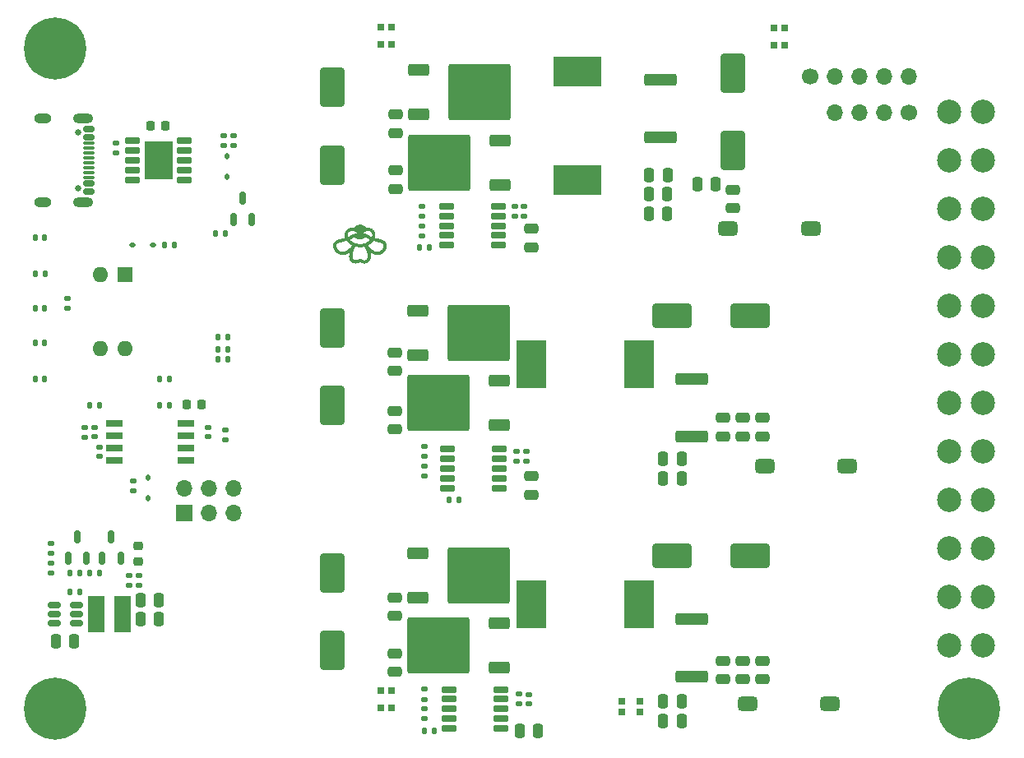
<source format=gbr>
%TF.GenerationSoftware,KiCad,Pcbnew,8.0.5-8.0.5-0~ubuntu24.04.1*%
%TF.CreationDate,2024-10-13T20:58:15+02:00*%
%TF.ProjectId,PD_PSU,50445f50-5355-42e6-9b69-6361645f7063,rev?*%
%TF.SameCoordinates,Original*%
%TF.FileFunction,Soldermask,Top*%
%TF.FilePolarity,Negative*%
%FSLAX46Y46*%
G04 Gerber Fmt 4.6, Leading zero omitted, Abs format (unit mm)*
G04 Created by KiCad (PCBNEW 8.0.5-8.0.5-0~ubuntu24.04.1) date 2024-10-13 20:58:15*
%MOMM*%
%LPD*%
G01*
G04 APERTURE LIST*
G04 Aperture macros list*
%AMRoundRect*
0 Rectangle with rounded corners*
0 $1 Rounding radius*
0 $2 $3 $4 $5 $6 $7 $8 $9 X,Y pos of 4 corners*
0 Add a 4 corners polygon primitive as box body*
4,1,4,$2,$3,$4,$5,$6,$7,$8,$9,$2,$3,0*
0 Add four circle primitives for the rounded corners*
1,1,$1+$1,$2,$3*
1,1,$1+$1,$4,$5*
1,1,$1+$1,$6,$7*
1,1,$1+$1,$8,$9*
0 Add four rect primitives between the rounded corners*
20,1,$1+$1,$2,$3,$4,$5,0*
20,1,$1+$1,$4,$5,$6,$7,0*
20,1,$1+$1,$6,$7,$8,$9,0*
20,1,$1+$1,$8,$9,$2,$3,0*%
G04 Aperture macros list end*
%ADD10C,0.000000*%
%ADD11RoundRect,0.225000X0.250000X-0.225000X0.250000X0.225000X-0.250000X0.225000X-0.250000X-0.225000X0*%
%ADD12RoundRect,0.135000X0.185000X-0.135000X0.185000X0.135000X-0.185000X0.135000X-0.185000X-0.135000X0*%
%ADD13RoundRect,0.250000X-0.850000X-0.350000X0.850000X-0.350000X0.850000X0.350000X-0.850000X0.350000X0*%
%ADD14RoundRect,0.249997X-2.950003X-2.650003X2.950003X-2.650003X2.950003X2.650003X-2.950003X2.650003X0*%
%ADD15R,1.700000X3.700000*%
%ADD16RoundRect,0.250000X-1.000000X1.750000X-1.000000X-1.750000X1.000000X-1.750000X1.000000X1.750000X0*%
%ADD17RoundRect,0.135000X-0.185000X0.135000X-0.185000X-0.135000X0.185000X-0.135000X0.185000X0.135000X0*%
%ADD18RoundRect,0.150000X0.150000X-0.512500X0.150000X0.512500X-0.150000X0.512500X-0.150000X-0.512500X0*%
%ADD19RoundRect,0.250000X0.250000X0.475000X-0.250000X0.475000X-0.250000X-0.475000X0.250000X-0.475000X0*%
%ADD20R,1.600000X1.600000*%
%ADD21O,1.600000X1.600000*%
%ADD22RoundRect,0.135000X0.135000X0.185000X-0.135000X0.185000X-0.135000X-0.185000X0.135000X-0.185000X0*%
%ADD23RoundRect,0.147500X-0.147500X-0.172500X0.147500X-0.172500X0.147500X0.172500X-0.147500X0.172500X0*%
%ADD24R,0.700000X0.700000*%
%ADD25RoundRect,0.250000X0.475000X-0.250000X0.475000X0.250000X-0.475000X0.250000X-0.475000X-0.250000X0*%
%ADD26RoundRect,0.112500X-0.112500X0.187500X-0.112500X-0.187500X0.112500X-0.187500X0.112500X0.187500X0*%
%ADD27RoundRect,0.135000X-0.135000X-0.185000X0.135000X-0.185000X0.135000X0.185000X-0.135000X0.185000X0*%
%ADD28RoundRect,0.250000X-0.250000X-0.475000X0.250000X-0.475000X0.250000X0.475000X-0.250000X0.475000X0*%
%ADD29C,1.700000*%
%ADD30O,1.700000X1.700000*%
%ADD31RoundRect,0.112500X0.187500X0.112500X-0.187500X0.112500X-0.187500X-0.112500X0.187500X-0.112500X0*%
%ADD32R,5.000000X3.100000*%
%ADD33RoundRect,0.250000X1.425000X-0.362500X1.425000X0.362500X-1.425000X0.362500X-1.425000X-0.362500X0*%
%ADD34RoundRect,0.150000X-0.512500X-0.150000X0.512500X-0.150000X0.512500X0.150000X-0.512500X0.150000X0*%
%ADD35RoundRect,0.140000X0.170000X-0.140000X0.170000X0.140000X-0.170000X0.140000X-0.170000X-0.140000X0*%
%ADD36RoundRect,0.250000X0.850000X0.350000X-0.850000X0.350000X-0.850000X-0.350000X0.850000X-0.350000X0*%
%ADD37RoundRect,0.249997X2.950003X2.650003X-2.950003X2.650003X-2.950003X-2.650003X2.950003X-2.650003X0*%
%ADD38RoundRect,0.140000X-0.170000X0.140000X-0.170000X-0.140000X0.170000X-0.140000X0.170000X0.140000X0*%
%ADD39R,1.700000X0.650000*%
%ADD40RoundRect,0.250000X-1.750000X-1.000000X1.750000X-1.000000X1.750000X1.000000X-1.750000X1.000000X0*%
%ADD41RoundRect,0.140000X-0.140000X-0.170000X0.140000X-0.170000X0.140000X0.170000X-0.140000X0.170000X0*%
%ADD42C,6.400000*%
%ADD43R,3.100000X5.000000*%
%ADD44RoundRect,0.225000X-0.225000X-0.250000X0.225000X-0.250000X0.225000X0.250000X-0.225000X0.250000X0*%
%ADD45RoundRect,0.250000X-0.475000X0.250000X-0.475000X-0.250000X0.475000X-0.250000X0.475000X0.250000X0*%
%ADD46RoundRect,0.150000X0.637500X0.150000X-0.637500X0.150000X-0.637500X-0.150000X0.637500X-0.150000X0*%
%ADD47R,1.700000X1.700000*%
%ADD48RoundRect,0.250000X1.000000X-1.750000X1.000000X1.750000X-1.000000X1.750000X-1.000000X-1.750000X0*%
%ADD49C,2.500000*%
%ADD50R,3.000000X4.000000*%
%ADD51RoundRect,0.150000X-0.637500X-0.150000X0.637500X-0.150000X0.637500X0.150000X-0.637500X0.150000X0*%
%ADD52C,0.650000*%
%ADD53RoundRect,0.150000X-0.425000X0.150000X-0.425000X-0.150000X0.425000X-0.150000X0.425000X0.150000X0*%
%ADD54RoundRect,0.075000X-0.500000X0.075000X-0.500000X-0.075000X0.500000X-0.075000X0.500000X0.075000X0*%
%ADD55O,2.100000X1.000000*%
%ADD56O,1.800000X1.000000*%
%ADD57RoundRect,0.375000X-0.625000X-0.375000X0.625000X-0.375000X0.625000X0.375000X-0.625000X0.375000X0*%
G04 APERTURE END LIST*
D10*
G36*
X82464912Y-45768444D02*
G01*
X82493436Y-45771176D01*
X82521902Y-45774492D01*
X82550315Y-45778294D01*
X82607004Y-45786958D01*
X82663545Y-45796382D01*
X82665601Y-45796979D01*
X82667723Y-45797468D01*
X82669898Y-45797872D01*
X82672113Y-45798215D01*
X82681093Y-45799450D01*
X82683301Y-45799845D01*
X82685467Y-45800321D01*
X82687578Y-45800903D01*
X82689620Y-45801614D01*
X82690611Y-45802026D01*
X82691579Y-45802479D01*
X82692524Y-45802976D01*
X82693443Y-45803521D01*
X82694335Y-45804116D01*
X82695198Y-45804764D01*
X82696030Y-45805468D01*
X82696829Y-45806232D01*
X82696829Y-45806228D01*
X82696969Y-45806797D01*
X82697092Y-45807364D01*
X82697194Y-45807930D01*
X82697272Y-45808494D01*
X82697324Y-45809053D01*
X82697346Y-45809607D01*
X82697335Y-45810154D01*
X82697289Y-45810694D01*
X82697203Y-45811226D01*
X82697145Y-45811487D01*
X82697076Y-45811747D01*
X82696995Y-45812003D01*
X82696903Y-45812257D01*
X82696799Y-45812507D01*
X82696682Y-45812755D01*
X82696553Y-45812998D01*
X82696411Y-45813239D01*
X82696255Y-45813475D01*
X82696085Y-45813708D01*
X82695901Y-45813937D01*
X82695702Y-45814162D01*
X82695488Y-45814382D01*
X82695259Y-45814598D01*
X82689807Y-45818103D01*
X82684276Y-45821482D01*
X82678670Y-45824736D01*
X82672993Y-45827871D01*
X82661445Y-45833791D01*
X82649668Y-45839269D01*
X82637696Y-45844330D01*
X82625566Y-45848999D01*
X82613312Y-45853304D01*
X82600970Y-45857268D01*
X82583492Y-45861970D01*
X82565883Y-45866137D01*
X82548158Y-45869770D01*
X82530334Y-45872872D01*
X82512426Y-45875446D01*
X82494448Y-45877493D01*
X82476417Y-45879015D01*
X82458347Y-45880014D01*
X82440255Y-45880493D01*
X82422155Y-45880454D01*
X82404062Y-45879898D01*
X82385993Y-45878829D01*
X82367963Y-45877247D01*
X82349986Y-45875156D01*
X82332079Y-45872557D01*
X82314257Y-45869453D01*
X82305322Y-45867848D01*
X82296432Y-45866044D01*
X82287589Y-45864042D01*
X82278797Y-45861843D01*
X82270059Y-45859451D01*
X82261378Y-45856865D01*
X82252758Y-45854089D01*
X82244201Y-45851123D01*
X82235712Y-45847970D01*
X82227293Y-45844631D01*
X82218948Y-45841108D01*
X82210680Y-45837403D01*
X82202493Y-45833517D01*
X82194389Y-45829452D01*
X82186373Y-45825210D01*
X82178446Y-45820792D01*
X82177739Y-45820551D01*
X82177039Y-45820260D01*
X82176351Y-45819923D01*
X82175676Y-45819543D01*
X82175017Y-45819121D01*
X82174379Y-45818662D01*
X82173762Y-45818167D01*
X82173170Y-45817640D01*
X82172606Y-45817084D01*
X82172073Y-45816501D01*
X82171574Y-45815895D01*
X82171111Y-45815267D01*
X82170687Y-45814622D01*
X82170305Y-45813963D01*
X82169968Y-45813290D01*
X82169679Y-45812609D01*
X82169440Y-45811921D01*
X82169255Y-45811230D01*
X82169126Y-45810538D01*
X82169056Y-45809849D01*
X82169048Y-45809165D01*
X82169105Y-45808488D01*
X82169229Y-45807823D01*
X82169424Y-45807171D01*
X82169692Y-45806536D01*
X82170036Y-45805920D01*
X82170459Y-45805327D01*
X82170963Y-45804758D01*
X82171553Y-45804218D01*
X82172229Y-45803710D01*
X82172996Y-45803234D01*
X82173856Y-45802796D01*
X82188058Y-45799448D01*
X82202341Y-45796428D01*
X82216689Y-45793674D01*
X82231084Y-45791127D01*
X82288807Y-45781810D01*
X82325559Y-45776778D01*
X82362380Y-45772016D01*
X82380823Y-45769978D01*
X82399293Y-45768297D01*
X82417793Y-45767070D01*
X82436325Y-45766394D01*
X82464912Y-45768444D01*
G37*
G36*
X82488857Y-44668069D02*
G01*
X82537188Y-44673635D01*
X82561523Y-44677244D01*
X82585935Y-44681466D01*
X82610401Y-44686342D01*
X82634893Y-44691919D01*
X82659385Y-44698242D01*
X82683853Y-44705353D01*
X82708270Y-44713299D01*
X82732609Y-44722124D01*
X82756847Y-44731872D01*
X82780956Y-44742588D01*
X82804911Y-44754317D01*
X82828685Y-44767103D01*
X82845438Y-44776896D01*
X82861976Y-44787288D01*
X82878289Y-44798276D01*
X82894368Y-44809853D01*
X82910201Y-44822016D01*
X82925779Y-44834758D01*
X82941093Y-44848075D01*
X82956130Y-44861960D01*
X82970883Y-44876410D01*
X82985339Y-44891419D01*
X82999490Y-44906982D01*
X83013325Y-44923093D01*
X83026834Y-44939748D01*
X83040007Y-44956941D01*
X83052834Y-44974667D01*
X83065304Y-44992921D01*
X83120745Y-44983653D01*
X83176034Y-44977817D01*
X83231010Y-44975369D01*
X83285513Y-44976264D01*
X83339381Y-44980457D01*
X83392454Y-44987903D01*
X83444570Y-44998557D01*
X83495571Y-45012375D01*
X83545293Y-45029311D01*
X83593578Y-45049321D01*
X83640263Y-45072360D01*
X83685189Y-45098383D01*
X83728194Y-45127345D01*
X83769118Y-45159201D01*
X83807800Y-45193906D01*
X83844079Y-45231416D01*
X83875410Y-45268981D01*
X83903836Y-45308822D01*
X83929286Y-45350809D01*
X83951690Y-45394813D01*
X83970979Y-45440706D01*
X83987082Y-45488358D01*
X83999930Y-45537640D01*
X84009453Y-45588424D01*
X84015579Y-45640580D01*
X84018241Y-45693980D01*
X84017367Y-45748494D01*
X84012888Y-45803993D01*
X84004734Y-45860349D01*
X83992834Y-45917432D01*
X83977120Y-45975113D01*
X83957520Y-46033264D01*
X84099784Y-46056080D01*
X84237491Y-46081637D01*
X84304421Y-46095693D01*
X84369952Y-46110734D01*
X84433998Y-46126858D01*
X84496474Y-46144167D01*
X84557292Y-46162759D01*
X84616366Y-46182735D01*
X84673610Y-46204194D01*
X84728937Y-46227236D01*
X84782261Y-46251961D01*
X84833496Y-46278468D01*
X84882555Y-46306857D01*
X84929352Y-46337228D01*
X84956289Y-46356615D01*
X84982381Y-46377155D01*
X85007532Y-46398823D01*
X85031651Y-46421593D01*
X85054643Y-46445440D01*
X85076415Y-46470338D01*
X85096874Y-46496261D01*
X85115927Y-46523184D01*
X85133478Y-46551080D01*
X85149437Y-46579925D01*
X85163708Y-46609692D01*
X85176199Y-46640356D01*
X85186816Y-46671892D01*
X85195466Y-46704273D01*
X85202055Y-46737474D01*
X85206490Y-46771469D01*
X85208802Y-46805943D01*
X85209102Y-46840607D01*
X85207417Y-46875473D01*
X85203772Y-46910554D01*
X85198193Y-46945864D01*
X85190706Y-46981415D01*
X85181338Y-47017221D01*
X85170114Y-47053295D01*
X85157060Y-47089649D01*
X85142202Y-47126296D01*
X85125566Y-47163250D01*
X85107178Y-47200525D01*
X85087064Y-47238131D01*
X85065250Y-47276084D01*
X85041762Y-47314395D01*
X85016626Y-47353078D01*
X85015305Y-47355029D01*
X85013958Y-47356961D01*
X85012583Y-47358874D01*
X85011182Y-47360767D01*
X85009755Y-47362640D01*
X85008302Y-47364493D01*
X85006823Y-47366327D01*
X85005318Y-47368139D01*
X84963424Y-47416020D01*
X84920987Y-47460915D01*
X84878048Y-47502846D01*
X84834648Y-47541836D01*
X84790830Y-47577905D01*
X84746633Y-47611076D01*
X84702100Y-47641371D01*
X84657272Y-47668811D01*
X84612189Y-47693418D01*
X84566894Y-47715214D01*
X84521428Y-47734221D01*
X84475832Y-47750461D01*
X84430147Y-47763955D01*
X84384416Y-47774725D01*
X84338678Y-47782793D01*
X84292975Y-47788181D01*
X84247548Y-47790976D01*
X84202622Y-47791325D01*
X84158218Y-47789337D01*
X84114355Y-47785124D01*
X84071053Y-47778797D01*
X84028333Y-47770465D01*
X83986215Y-47760240D01*
X83944720Y-47748232D01*
X83903867Y-47734552D01*
X83863677Y-47719310D01*
X83824169Y-47702617D01*
X83785365Y-47684584D01*
X83747284Y-47665321D01*
X83709946Y-47644938D01*
X83673372Y-47623548D01*
X83637582Y-47601259D01*
X83621122Y-47590544D01*
X83604801Y-47579613D01*
X83588616Y-47568485D01*
X83572559Y-47557174D01*
X83556628Y-47545698D01*
X83540817Y-47534072D01*
X83509536Y-47510435D01*
X83524132Y-47577320D01*
X83535909Y-47642545D01*
X83544898Y-47706095D01*
X83551130Y-47767952D01*
X83554635Y-47828101D01*
X83555444Y-47886524D01*
X83553588Y-47943205D01*
X83549097Y-47998127D01*
X83542002Y-48051275D01*
X83532334Y-48102631D01*
X83520124Y-48152180D01*
X83505401Y-48199903D01*
X83488198Y-48245786D01*
X83468544Y-48289812D01*
X83446471Y-48331963D01*
X83422008Y-48372224D01*
X83399259Y-48404867D01*
X83374830Y-48435716D01*
X83348819Y-48464743D01*
X83321326Y-48491919D01*
X83292450Y-48517217D01*
X83262289Y-48540608D01*
X83230942Y-48562064D01*
X83198507Y-48581557D01*
X83165085Y-48599059D01*
X83130773Y-48614542D01*
X83095669Y-48627977D01*
X83059874Y-48639337D01*
X83023486Y-48648593D01*
X82986604Y-48655718D01*
X82949326Y-48660683D01*
X82911751Y-48663459D01*
X82881330Y-48664124D01*
X82850852Y-48663431D01*
X82820342Y-48661399D01*
X82789824Y-48658047D01*
X82759322Y-48653391D01*
X82728860Y-48647451D01*
X82698462Y-48640244D01*
X82668151Y-48631789D01*
X82637953Y-48622102D01*
X82607891Y-48611204D01*
X82577988Y-48599111D01*
X82548270Y-48585842D01*
X82518759Y-48571415D01*
X82489481Y-48555848D01*
X82460459Y-48539159D01*
X82431717Y-48521366D01*
X82402996Y-48539155D01*
X82373996Y-48555842D01*
X82344741Y-48571408D01*
X82315255Y-48585834D01*
X82285562Y-48599103D01*
X82255686Y-48611196D01*
X82225651Y-48622095D01*
X82195482Y-48631782D01*
X82165201Y-48640239D01*
X82134833Y-48647448D01*
X82104402Y-48653389D01*
X82073932Y-48658046D01*
X82043447Y-48661399D01*
X82012971Y-48663432D01*
X81982527Y-48664124D01*
X81952140Y-48663459D01*
X81914607Y-48660678D01*
X81877372Y-48655704D01*
X81840534Y-48648565D01*
X81804193Y-48639290D01*
X81768448Y-48627909D01*
X81733397Y-48614449D01*
X81699140Y-48598940D01*
X81665775Y-48581411D01*
X81633403Y-48561889D01*
X81602122Y-48540403D01*
X81572031Y-48516983D01*
X81543229Y-48491658D01*
X81515816Y-48464454D01*
X81489890Y-48435403D01*
X81465550Y-48404531D01*
X81442897Y-48371869D01*
X81418563Y-48331613D01*
X81396614Y-48289473D01*
X81377083Y-48245465D01*
X81359998Y-48199606D01*
X81345390Y-48151912D01*
X81333289Y-48102398D01*
X81323725Y-48051083D01*
X81316730Y-47997980D01*
X81312333Y-47943107D01*
X81310563Y-47886480D01*
X81310574Y-47885813D01*
X81652996Y-47885813D01*
X81653779Y-47918990D01*
X81655709Y-47950723D01*
X81662790Y-48009846D01*
X81673800Y-48063162D01*
X81680641Y-48087637D01*
X81688300Y-48110654D01*
X81696723Y-48132210D01*
X81705853Y-48152303D01*
X81715636Y-48170931D01*
X81726018Y-48188091D01*
X81737476Y-48204806D01*
X81749381Y-48220345D01*
X81761741Y-48234729D01*
X81774564Y-48247980D01*
X81787856Y-48260119D01*
X81801626Y-48271165D01*
X81815879Y-48281142D01*
X81830624Y-48290069D01*
X81845867Y-48297967D01*
X81861617Y-48304859D01*
X81877880Y-48310763D01*
X81894663Y-48315703D01*
X81911975Y-48319698D01*
X81929822Y-48322770D01*
X81948211Y-48324940D01*
X81967150Y-48326229D01*
X81986663Y-48326553D01*
X82006740Y-48325796D01*
X82027339Y-48323929D01*
X82048418Y-48320925D01*
X82069936Y-48316754D01*
X82091850Y-48311387D01*
X82114119Y-48304797D01*
X82136699Y-48296954D01*
X82159550Y-48287831D01*
X82182630Y-48277398D01*
X82205896Y-48265628D01*
X82229306Y-48252491D01*
X82252819Y-48237959D01*
X82276392Y-48222003D01*
X82299983Y-48204595D01*
X82323551Y-48185707D01*
X82329315Y-48183035D01*
X82335169Y-48180586D01*
X82341107Y-48178359D01*
X82347122Y-48176358D01*
X82353208Y-48174584D01*
X82359359Y-48173040D01*
X82365568Y-48171727D01*
X82371828Y-48170647D01*
X82375336Y-48168829D01*
X82378881Y-48167095D01*
X82382464Y-48165446D01*
X82386081Y-48163882D01*
X82389732Y-48162404D01*
X82393415Y-48161012D01*
X82397129Y-48159707D01*
X82400871Y-48158488D01*
X82404641Y-48157357D01*
X82408436Y-48156315D01*
X82412256Y-48155361D01*
X82416099Y-48154496D01*
X82419963Y-48153720D01*
X82423847Y-48153034D01*
X82427748Y-48152439D01*
X82431667Y-48151935D01*
X82435589Y-48152438D01*
X82439494Y-48153032D01*
X82443381Y-48153717D01*
X82447248Y-48154492D01*
X82451094Y-48155356D01*
X82454917Y-48156310D01*
X82458716Y-48157353D01*
X82462489Y-48158483D01*
X82466235Y-48159702D01*
X82469951Y-48161007D01*
X82473637Y-48162400D01*
X82477291Y-48163878D01*
X82480912Y-48165443D01*
X82484497Y-48167092D01*
X82488046Y-48168827D01*
X82491556Y-48170645D01*
X82497817Y-48171725D01*
X82504025Y-48173039D01*
X82510176Y-48174584D01*
X82516262Y-48176358D01*
X82522278Y-48178359D01*
X82528215Y-48180586D01*
X82534070Y-48183036D01*
X82539834Y-48185708D01*
X82563391Y-48204587D01*
X82586979Y-48221989D01*
X82610554Y-48237940D01*
X82634074Y-48252470D01*
X82657498Y-48265606D01*
X82680783Y-48277378D01*
X82703889Y-48287812D01*
X82726771Y-48296938D01*
X82749390Y-48304784D01*
X82771702Y-48311377D01*
X82793666Y-48316747D01*
X82815239Y-48320921D01*
X82836381Y-48323928D01*
X82857048Y-48325796D01*
X82877198Y-48326554D01*
X82896791Y-48326229D01*
X82915815Y-48324936D01*
X82934292Y-48322758D01*
X82952230Y-48319675D01*
X82969635Y-48315665D01*
X82986513Y-48310707D01*
X83002872Y-48304783D01*
X83010858Y-48301451D01*
X83018717Y-48297870D01*
X83026450Y-48294036D01*
X83034057Y-48289948D01*
X83041538Y-48285603D01*
X83048896Y-48280997D01*
X83056131Y-48276129D01*
X83063243Y-48270996D01*
X83070233Y-48265595D01*
X83077103Y-48259924D01*
X83083853Y-48253981D01*
X83090483Y-48247762D01*
X83096996Y-48241264D01*
X83103391Y-48234487D01*
X83115832Y-48220080D01*
X83127814Y-48204520D01*
X83139343Y-48187787D01*
X83147656Y-48174339D01*
X83155620Y-48159986D01*
X83163206Y-48144729D01*
X83170388Y-48128568D01*
X83177136Y-48111504D01*
X83183422Y-48093537D01*
X83189220Y-48074668D01*
X83194499Y-48054898D01*
X83199234Y-48034227D01*
X83203395Y-48012655D01*
X83206955Y-47990184D01*
X83209885Y-47966813D01*
X83212157Y-47942544D01*
X83213745Y-47917377D01*
X83214619Y-47891312D01*
X83214751Y-47864350D01*
X83213397Y-47821313D01*
X83210037Y-47776115D01*
X83204585Y-47728767D01*
X83196955Y-47679279D01*
X83187060Y-47627662D01*
X83174816Y-47573926D01*
X83160137Y-47518082D01*
X83142935Y-47460141D01*
X83123127Y-47400114D01*
X83100625Y-47338010D01*
X83075344Y-47273841D01*
X83047197Y-47207617D01*
X83016100Y-47139349D01*
X82981967Y-47069047D01*
X82944710Y-46996723D01*
X82904245Y-46922386D01*
X82849875Y-46935047D01*
X82794561Y-46946847D01*
X82738149Y-46957544D01*
X82680482Y-46966895D01*
X82621405Y-46974656D01*
X82560761Y-46980586D01*
X82498395Y-46984440D01*
X82434150Y-46985978D01*
X82433389Y-46985874D01*
X82432630Y-46985978D01*
X82400268Y-46985514D01*
X82368397Y-46984441D01*
X82306043Y-46980584D01*
X82245413Y-46974653D01*
X82186350Y-46966890D01*
X82128697Y-46957539D01*
X82072299Y-46946842D01*
X82016997Y-46935043D01*
X81962637Y-46922386D01*
X81928965Y-46983979D01*
X81897538Y-47044172D01*
X81868299Y-47102964D01*
X81841194Y-47160353D01*
X81816168Y-47216335D01*
X81793167Y-47270910D01*
X81772135Y-47324074D01*
X81753018Y-47375825D01*
X81735761Y-47426161D01*
X81720309Y-47475080D01*
X81706607Y-47522579D01*
X81694600Y-47568656D01*
X81684234Y-47613309D01*
X81675453Y-47656536D01*
X81668203Y-47698334D01*
X81662430Y-47738701D01*
X81658077Y-47777634D01*
X81655090Y-47815132D01*
X81653415Y-47851193D01*
X81652996Y-47885813D01*
X81310574Y-47885813D01*
X81311453Y-47828115D01*
X81315031Y-47768029D01*
X81321329Y-47706237D01*
X81330376Y-47642756D01*
X81342203Y-47577602D01*
X81356840Y-47510790D01*
X81325686Y-47534329D01*
X81309945Y-47545910D01*
X81294087Y-47557342D01*
X81278105Y-47568610D01*
X81261992Y-47579696D01*
X81245743Y-47590585D01*
X81229351Y-47601259D01*
X81193561Y-47623548D01*
X81156987Y-47644938D01*
X81119649Y-47665321D01*
X81081568Y-47684584D01*
X81042764Y-47702617D01*
X81003256Y-47719310D01*
X80963066Y-47734552D01*
X80922213Y-47748232D01*
X80880718Y-47760240D01*
X80838600Y-47770465D01*
X80795880Y-47778797D01*
X80752579Y-47785124D01*
X80708716Y-47789337D01*
X80664311Y-47791325D01*
X80619385Y-47790976D01*
X80573958Y-47788181D01*
X80528256Y-47782793D01*
X80482518Y-47774725D01*
X80436786Y-47763954D01*
X80391101Y-47750460D01*
X80345505Y-47734221D01*
X80300039Y-47715214D01*
X80254744Y-47693417D01*
X80209662Y-47668810D01*
X80164833Y-47641370D01*
X80120300Y-47611075D01*
X80076104Y-47577904D01*
X80032285Y-47541835D01*
X79988885Y-47502846D01*
X79945946Y-47460914D01*
X79903509Y-47416019D01*
X79861615Y-47368139D01*
X79860110Y-47366326D01*
X79858631Y-47364493D01*
X79857178Y-47362640D01*
X79855751Y-47360766D01*
X79854350Y-47358873D01*
X79852975Y-47356960D01*
X79851627Y-47355029D01*
X79850307Y-47353078D01*
X79825171Y-47314395D01*
X79801683Y-47276084D01*
X79779869Y-47238131D01*
X79759755Y-47200524D01*
X79741367Y-47163250D01*
X79724731Y-47126296D01*
X79709873Y-47089648D01*
X79696819Y-47053294D01*
X79685595Y-47017221D01*
X79676226Y-46981415D01*
X79668740Y-46945864D01*
X79663161Y-46910554D01*
X79659516Y-46875473D01*
X79657830Y-46840607D01*
X79658027Y-46817939D01*
X79995529Y-46817939D01*
X79995540Y-46832959D01*
X79996507Y-46849040D01*
X79998495Y-46866187D01*
X80001568Y-46884406D01*
X80005794Y-46903701D01*
X80011238Y-46924078D01*
X80017965Y-46945542D01*
X80026041Y-46968097D01*
X80035532Y-46991749D01*
X80046504Y-47016502D01*
X80059022Y-47042363D01*
X80073152Y-47069336D01*
X80088960Y-47097426D01*
X80106511Y-47126638D01*
X80125872Y-47156977D01*
X80159107Y-47194659D01*
X80191827Y-47229252D01*
X80224048Y-47260869D01*
X80255783Y-47289622D01*
X80287045Y-47315623D01*
X80317850Y-47338982D01*
X80348212Y-47359814D01*
X80378143Y-47378228D01*
X80407660Y-47394338D01*
X80436775Y-47408255D01*
X80465502Y-47420090D01*
X80493857Y-47429956D01*
X80521853Y-47437965D01*
X80549503Y-47444228D01*
X80576823Y-47448857D01*
X80603827Y-47451965D01*
X80631041Y-47453623D01*
X80658347Y-47453795D01*
X80685740Y-47452510D01*
X80713214Y-47449799D01*
X80740763Y-47445692D01*
X80768381Y-47440221D01*
X80796063Y-47433416D01*
X80823802Y-47425307D01*
X80851593Y-47415925D01*
X80879430Y-47405301D01*
X80907307Y-47393464D01*
X80935219Y-47380447D01*
X80963159Y-47366278D01*
X80991122Y-47350990D01*
X81019103Y-47334611D01*
X81047094Y-47317174D01*
X81088705Y-47289391D01*
X81129362Y-47260143D01*
X81169076Y-47229586D01*
X81207858Y-47197874D01*
X81245720Y-47165166D01*
X81282673Y-47131615D01*
X81318728Y-47097378D01*
X81353896Y-47062611D01*
X81421617Y-46992111D01*
X81485925Y-46921360D01*
X81546912Y-46851607D01*
X81604665Y-46784096D01*
X81604574Y-46784046D01*
X83262217Y-46784046D01*
X83319973Y-46851559D01*
X83380963Y-46921318D01*
X83445277Y-46992075D01*
X83513005Y-47062583D01*
X83548176Y-47097354D01*
X83584235Y-47131594D01*
X83621191Y-47165148D01*
X83659057Y-47197861D01*
X83697844Y-47229576D01*
X83737562Y-47260137D01*
X83778223Y-47289388D01*
X83819839Y-47317174D01*
X83847830Y-47334611D01*
X83875810Y-47350990D01*
X83903774Y-47366278D01*
X83931714Y-47380447D01*
X83959626Y-47393465D01*
X83987503Y-47405301D01*
X84015340Y-47415925D01*
X84043131Y-47425307D01*
X84070870Y-47433416D01*
X84098552Y-47440221D01*
X84126170Y-47445693D01*
X84153719Y-47449799D01*
X84181193Y-47452510D01*
X84208586Y-47453795D01*
X84235892Y-47453623D01*
X84263106Y-47451965D01*
X84290110Y-47448857D01*
X84317429Y-47444228D01*
X84345080Y-47437965D01*
X84373076Y-47429956D01*
X84401431Y-47420090D01*
X84430158Y-47408255D01*
X84459273Y-47394338D01*
X84488790Y-47378228D01*
X84518722Y-47359814D01*
X84549083Y-47338982D01*
X84579888Y-47315623D01*
X84611151Y-47289622D01*
X84642885Y-47260869D01*
X84675106Y-47229252D01*
X84707826Y-47194659D01*
X84741061Y-47156977D01*
X84760422Y-47126638D01*
X84777973Y-47097426D01*
X84793781Y-47069336D01*
X84807911Y-47042363D01*
X84820429Y-47016502D01*
X84831401Y-46991749D01*
X84840892Y-46968097D01*
X84848968Y-46945542D01*
X84855695Y-46924078D01*
X84861139Y-46903701D01*
X84865365Y-46884406D01*
X84868438Y-46866187D01*
X84870426Y-46849040D01*
X84871393Y-46832959D01*
X84871405Y-46817939D01*
X84870527Y-46803975D01*
X84868885Y-46790518D01*
X84866576Y-46777498D01*
X84863554Y-46764869D01*
X84859771Y-46752584D01*
X84855182Y-46740598D01*
X84849738Y-46728865D01*
X84843395Y-46717339D01*
X84836104Y-46705974D01*
X84827820Y-46694724D01*
X84818494Y-46683543D01*
X84808081Y-46672385D01*
X84796534Y-46661203D01*
X84783806Y-46649953D01*
X84769851Y-46638588D01*
X84754620Y-46627062D01*
X84738069Y-46615329D01*
X84703889Y-46593694D01*
X84665371Y-46572737D01*
X84622711Y-46552457D01*
X84576108Y-46532852D01*
X84525760Y-46513920D01*
X84471865Y-46495658D01*
X84354228Y-46461142D01*
X84224783Y-46429288D01*
X84085114Y-46400082D01*
X83936808Y-46373508D01*
X83781450Y-46349551D01*
X83752480Y-46386272D01*
X83722871Y-46421498D01*
X83692662Y-46455276D01*
X83661888Y-46487653D01*
X83630588Y-46518677D01*
X83598799Y-46548394D01*
X83566558Y-46576851D01*
X83533902Y-46604096D01*
X83500870Y-46630175D01*
X83467497Y-46655136D01*
X83433822Y-46679025D01*
X83399882Y-46701890D01*
X83365714Y-46723778D01*
X83331356Y-46744735D01*
X83296844Y-46764808D01*
X83262217Y-46784046D01*
X81604574Y-46784046D01*
X81570033Y-46764859D01*
X81535515Y-46744786D01*
X81501148Y-46723830D01*
X81466971Y-46701943D01*
X81433020Y-46679080D01*
X81399334Y-46655192D01*
X81365950Y-46630233D01*
X81332906Y-46604155D01*
X81300238Y-46576911D01*
X81267985Y-46548454D01*
X81236185Y-46518737D01*
X81204874Y-46487713D01*
X81174090Y-46455335D01*
X81143872Y-46421555D01*
X81114256Y-46386326D01*
X81085280Y-46349602D01*
X80929956Y-46373557D01*
X80781682Y-46400127D01*
X80710684Y-46414398D01*
X80642044Y-46429328D01*
X80575959Y-46444920D01*
X80512627Y-46461175D01*
X80452246Y-46478095D01*
X80395015Y-46495683D01*
X80341132Y-46513940D01*
X80290794Y-46532868D01*
X80244200Y-46552469D01*
X80201549Y-46572745D01*
X80163037Y-46593698D01*
X80128864Y-46615329D01*
X80112313Y-46627062D01*
X80097082Y-46638588D01*
X80083127Y-46649953D01*
X80070399Y-46661203D01*
X80058852Y-46672385D01*
X80048439Y-46683543D01*
X80039113Y-46694724D01*
X80030829Y-46705974D01*
X80023538Y-46717339D01*
X80017195Y-46728865D01*
X80011751Y-46740598D01*
X80007162Y-46752584D01*
X80003380Y-46764869D01*
X80000357Y-46777498D01*
X79998048Y-46790518D01*
X79996406Y-46803975D01*
X79995529Y-46817939D01*
X79658027Y-46817939D01*
X79658131Y-46805943D01*
X79660443Y-46771469D01*
X79662385Y-46754374D01*
X79664878Y-46737474D01*
X79667909Y-46720773D01*
X79671467Y-46704273D01*
X79675540Y-46687979D01*
X79680117Y-46671892D01*
X79685185Y-46656017D01*
X79690734Y-46640357D01*
X79703225Y-46609692D01*
X79717496Y-46579925D01*
X79733454Y-46551080D01*
X79751006Y-46523184D01*
X79770058Y-46496261D01*
X79790517Y-46470338D01*
X79812289Y-46445440D01*
X79835281Y-46421593D01*
X79859400Y-46398823D01*
X79884552Y-46377155D01*
X79910643Y-46356615D01*
X79937581Y-46337228D01*
X79984373Y-46306860D01*
X80033427Y-46278474D01*
X80084657Y-46251971D01*
X80137976Y-46227250D01*
X80183921Y-46208117D01*
X81408007Y-46208117D01*
X81436254Y-46239126D01*
X81465115Y-46268636D01*
X81494590Y-46296726D01*
X81524679Y-46323477D01*
X81555379Y-46348971D01*
X81586692Y-46373286D01*
X81618617Y-46396505D01*
X81651153Y-46418707D01*
X81684299Y-46439972D01*
X81718055Y-46460382D01*
X81752421Y-46480018D01*
X81787396Y-46498958D01*
X81859172Y-46535077D01*
X81933377Y-46569385D01*
X81993113Y-46585729D01*
X82053044Y-46600683D01*
X82113468Y-46614018D01*
X82174682Y-46625505D01*
X82236984Y-46634915D01*
X82300671Y-46642019D01*
X82333127Y-46644634D01*
X82366040Y-46646588D01*
X82399449Y-46647850D01*
X82433391Y-46648393D01*
X82467329Y-46647850D01*
X82500736Y-46646588D01*
X82533649Y-46644634D01*
X82566105Y-46642019D01*
X82598140Y-46638769D01*
X82629793Y-46634914D01*
X82692097Y-46625505D01*
X82753314Y-46614018D01*
X82813739Y-46600683D01*
X82873671Y-46585729D01*
X82933404Y-46569385D01*
X83007612Y-46535078D01*
X83043805Y-46517285D01*
X83079389Y-46498958D01*
X83114364Y-46480018D01*
X83148730Y-46460383D01*
X83182487Y-46439973D01*
X83215633Y-46418707D01*
X83248168Y-46396505D01*
X83280092Y-46373286D01*
X83311404Y-46348971D01*
X83342104Y-46323477D01*
X83372192Y-46296726D01*
X83401666Y-46268636D01*
X83430527Y-46239126D01*
X83458774Y-46208117D01*
X83400203Y-46169723D01*
X83341556Y-46132475D01*
X83282814Y-46096557D01*
X83223955Y-46062153D01*
X83164960Y-46029446D01*
X83105809Y-45998622D01*
X83046480Y-45969863D01*
X82986955Y-45943353D01*
X82963172Y-45966193D01*
X82938187Y-45988421D01*
X82911955Y-46009927D01*
X82884428Y-46030600D01*
X82855559Y-46050332D01*
X82825302Y-46069011D01*
X82793609Y-46086528D01*
X82760433Y-46102772D01*
X82725729Y-46117635D01*
X82689448Y-46131006D01*
X82651543Y-46142774D01*
X82611969Y-46152830D01*
X82570677Y-46161065D01*
X82527621Y-46167367D01*
X82482754Y-46171627D01*
X82436029Y-46173735D01*
X82434252Y-46173491D01*
X82432478Y-46173228D01*
X82431604Y-46173362D01*
X82430730Y-46173491D01*
X82429855Y-46173615D01*
X82428978Y-46173735D01*
X82381977Y-46171623D01*
X82336907Y-46167346D01*
X82293716Y-46161016D01*
X82252353Y-46152745D01*
X82212765Y-46142649D01*
X82174901Y-46130840D01*
X82138708Y-46117431D01*
X82104133Y-46102535D01*
X82071126Y-46086266D01*
X82039633Y-46068738D01*
X82009604Y-46050063D01*
X81980984Y-46030354D01*
X81953724Y-46009726D01*
X81927770Y-45988291D01*
X81903070Y-45966163D01*
X81879572Y-45943454D01*
X81820075Y-45969959D01*
X81760776Y-45998710D01*
X81701655Y-46029525D01*
X81642692Y-46062219D01*
X81583866Y-46096609D01*
X81525156Y-46132511D01*
X81466544Y-46169742D01*
X81408007Y-46208117D01*
X80183921Y-46208117D01*
X80193298Y-46204212D01*
X80250536Y-46182757D01*
X80309604Y-46162786D01*
X80370416Y-46144197D01*
X80432885Y-46126893D01*
X80496925Y-46110772D01*
X80629371Y-46081682D01*
X80767064Y-46056129D01*
X80909311Y-46033315D01*
X80889707Y-45975161D01*
X80873989Y-45917476D01*
X80862086Y-45860389D01*
X80853930Y-45804030D01*
X80849450Y-45748527D01*
X80848805Y-45708327D01*
X81175505Y-45708327D01*
X81176683Y-45740233D01*
X81180359Y-45773486D01*
X81186659Y-45808116D01*
X81195708Y-45844148D01*
X81207632Y-45881611D01*
X81222556Y-45920533D01*
X81299386Y-45870499D01*
X81371112Y-45825956D01*
X82322789Y-45825956D01*
X82347084Y-45829349D01*
X82359687Y-45830903D01*
X82372765Y-45832319D01*
X82386449Y-45833564D01*
X82400867Y-45834606D01*
X82416150Y-45835410D01*
X82432427Y-45835946D01*
X82448397Y-45835408D01*
X82463420Y-45834596D01*
X82477621Y-45833545D01*
X82491126Y-45832287D01*
X82504060Y-45830856D01*
X82516550Y-45829285D01*
X82540696Y-45825855D01*
X82540696Y-45825854D01*
X82512988Y-45821849D01*
X82485295Y-45817669D01*
X82471616Y-45815702D01*
X82458134Y-45813918D01*
X82444915Y-45812391D01*
X82432022Y-45811198D01*
X82419010Y-45812403D01*
X82405698Y-45813938D01*
X82392142Y-45815730D01*
X82378403Y-45817705D01*
X82350610Y-45821908D01*
X82322789Y-45825956D01*
X81371112Y-45825956D01*
X81377143Y-45822210D01*
X81455911Y-45775915D01*
X81535775Y-45731862D01*
X81616821Y-45690301D01*
X81699135Y-45651479D01*
X81782802Y-45615646D01*
X81825170Y-45598927D01*
X81867908Y-45583049D01*
X81896274Y-45573283D01*
X81925218Y-45564135D01*
X81954657Y-45555550D01*
X81984510Y-45547473D01*
X82014693Y-45539849D01*
X82045125Y-45532625D01*
X82106404Y-45519153D01*
X82106282Y-45519051D01*
X82758906Y-45519051D01*
X82820628Y-45532518D01*
X82851279Y-45539747D01*
X82881674Y-45547378D01*
X82911723Y-45555469D01*
X82941339Y-45564074D01*
X82970436Y-45573249D01*
X82998923Y-45583049D01*
X83041660Y-45598929D01*
X83084027Y-45615649D01*
X83126033Y-45633180D01*
X83167691Y-45651488D01*
X83250001Y-45690317D01*
X83331044Y-45731885D01*
X83410907Y-45775945D01*
X83489675Y-45822248D01*
X83567436Y-45870544D01*
X83644276Y-45920584D01*
X83650406Y-45905419D01*
X83656122Y-45890453D01*
X83661423Y-45875687D01*
X83666311Y-45861122D01*
X83670786Y-45846761D01*
X83674848Y-45832604D01*
X83678499Y-45818654D01*
X83681738Y-45804913D01*
X83684567Y-45791381D01*
X83686985Y-45778061D01*
X83688993Y-45764954D01*
X83690593Y-45752062D01*
X83691783Y-45739387D01*
X83692566Y-45726930D01*
X83692941Y-45714693D01*
X83692908Y-45702677D01*
X83692910Y-45702677D01*
X83692090Y-45683895D01*
X83690406Y-45665606D01*
X83687887Y-45647803D01*
X83684565Y-45630479D01*
X83680470Y-45613626D01*
X83675634Y-45597238D01*
X83670087Y-45581307D01*
X83663860Y-45565826D01*
X83656984Y-45550787D01*
X83649489Y-45536182D01*
X83641407Y-45522006D01*
X83632768Y-45508250D01*
X83623603Y-45494908D01*
X83613943Y-45481971D01*
X83603819Y-45469432D01*
X83593262Y-45457285D01*
X83570553Y-45434166D01*
X83545578Y-45412700D01*
X83518484Y-45393000D01*
X83489418Y-45375178D01*
X83458525Y-45359346D01*
X83425952Y-45345617D01*
X83391846Y-45334103D01*
X83356353Y-45324918D01*
X83319620Y-45318172D01*
X83281792Y-45313978D01*
X83243017Y-45312449D01*
X83203440Y-45313698D01*
X83163209Y-45317836D01*
X83122469Y-45324976D01*
X83081368Y-45335231D01*
X83040051Y-45348712D01*
X83023898Y-45354889D01*
X83007372Y-45361741D01*
X82990510Y-45369251D01*
X82973353Y-45377402D01*
X82955940Y-45386178D01*
X82938312Y-45395560D01*
X82920507Y-45405533D01*
X82902567Y-45416080D01*
X82884529Y-45427182D01*
X82866436Y-45438824D01*
X82848325Y-45450988D01*
X82830236Y-45463658D01*
X82812211Y-45476816D01*
X82794287Y-45490446D01*
X82776506Y-45504530D01*
X82758906Y-45519051D01*
X82106282Y-45519051D01*
X82088918Y-45504597D01*
X82071253Y-45490485D01*
X82053447Y-45476832D01*
X82035539Y-45463655D01*
X82017567Y-45450971D01*
X81999571Y-45438796D01*
X81981588Y-45427146D01*
X81963657Y-45416040D01*
X81945817Y-45405492D01*
X81928107Y-45395521D01*
X81910566Y-45386141D01*
X81893231Y-45377371D01*
X81876141Y-45369226D01*
X81859335Y-45361724D01*
X81842852Y-45354880D01*
X81826731Y-45348712D01*
X81806059Y-45341561D01*
X81785422Y-45335231D01*
X81764839Y-45329707D01*
X81744328Y-45324976D01*
X81723907Y-45321024D01*
X81703595Y-45317836D01*
X81683410Y-45315399D01*
X81663369Y-45313698D01*
X81643493Y-45312719D01*
X81623798Y-45312449D01*
X81604303Y-45312874D01*
X81585026Y-45313978D01*
X81565987Y-45315749D01*
X81547202Y-45318172D01*
X81528691Y-45321233D01*
X81510471Y-45324918D01*
X81474980Y-45334104D01*
X81440876Y-45345617D01*
X81408305Y-45359346D01*
X81377413Y-45375178D01*
X81348347Y-45393000D01*
X81334545Y-45402622D01*
X81321254Y-45412700D01*
X81308493Y-45423219D01*
X81296280Y-45434166D01*
X81284633Y-45445526D01*
X81273571Y-45457285D01*
X81256657Y-45477241D01*
X81240988Y-45498266D01*
X81226690Y-45520390D01*
X81213888Y-45543639D01*
X81202707Y-45568042D01*
X81193272Y-45593625D01*
X81185709Y-45620418D01*
X81180144Y-45648447D01*
X81176700Y-45677741D01*
X81175505Y-45708327D01*
X80848805Y-45708327D01*
X80848576Y-45694009D01*
X80851237Y-45640606D01*
X80857365Y-45588447D01*
X80866888Y-45537660D01*
X80879738Y-45488374D01*
X80895843Y-45440719D01*
X80915133Y-45394823D01*
X80937540Y-45350816D01*
X80962992Y-45308827D01*
X80991420Y-45268984D01*
X81022753Y-45231416D01*
X81059046Y-45193892D01*
X81097743Y-45159173D01*
X81138682Y-45127306D01*
X81148322Y-45120815D01*
X82130492Y-45120815D01*
X82150138Y-45132200D01*
X82169765Y-45144037D01*
X82189354Y-45156329D01*
X82208887Y-45169081D01*
X82228344Y-45182297D01*
X82247709Y-45195982D01*
X82266962Y-45210139D01*
X82286085Y-45224772D01*
X82305059Y-45239887D01*
X82323866Y-45255487D01*
X82342488Y-45271576D01*
X82360906Y-45288159D01*
X82379103Y-45305240D01*
X82397058Y-45322823D01*
X82414754Y-45340913D01*
X82432173Y-45359513D01*
X82449758Y-45340827D01*
X82467625Y-45322660D01*
X82485756Y-45305005D01*
X82504130Y-45287860D01*
X82522729Y-45271220D01*
X82541533Y-45255079D01*
X82560523Y-45239435D01*
X82579679Y-45224281D01*
X82598982Y-45209615D01*
X82618412Y-45195431D01*
X82637951Y-45181725D01*
X82657579Y-45168492D01*
X82697025Y-45143429D01*
X82736594Y-45120206D01*
X82727861Y-45111581D01*
X82719052Y-45103242D01*
X82710140Y-45095224D01*
X82701099Y-45087564D01*
X82696521Y-45083880D01*
X82691902Y-45080298D01*
X82687237Y-45076825D01*
X82682523Y-45073463D01*
X82677757Y-45070218D01*
X82672935Y-45067095D01*
X82668055Y-45064097D01*
X82663113Y-45061230D01*
X82651458Y-45054978D01*
X82639413Y-45049119D01*
X82626983Y-45043643D01*
X82614173Y-45038541D01*
X82600989Y-45033803D01*
X82587434Y-45029419D01*
X82573516Y-45025381D01*
X82559237Y-45021679D01*
X82544605Y-45018303D01*
X82529623Y-45015244D01*
X82514296Y-45012492D01*
X82498631Y-45010038D01*
X82466303Y-45005987D01*
X82432680Y-45003013D01*
X82399213Y-45006664D01*
X82382947Y-45008833D01*
X82367001Y-45011246D01*
X82351382Y-45013913D01*
X82336096Y-45016846D01*
X82321149Y-45020055D01*
X82306548Y-45023552D01*
X82292299Y-45027347D01*
X82278408Y-45031453D01*
X82264883Y-45035879D01*
X82251730Y-45040637D01*
X82238954Y-45045737D01*
X82226562Y-45051192D01*
X82214561Y-45057011D01*
X82202958Y-45063207D01*
X82198072Y-45066026D01*
X82193251Y-45068970D01*
X82188489Y-45072035D01*
X82183785Y-45075216D01*
X82179133Y-45078509D01*
X82174531Y-45081909D01*
X82169976Y-45085412D01*
X82165464Y-45089013D01*
X82156554Y-45096492D01*
X82147773Y-45104309D01*
X82139095Y-45112429D01*
X82130492Y-45120815D01*
X81148322Y-45120815D01*
X81181704Y-45098336D01*
X81226647Y-45072307D01*
X81273351Y-45049264D01*
X81321654Y-45029252D01*
X81371396Y-45012317D01*
X81422416Y-44998502D01*
X81474553Y-44987854D01*
X81527647Y-44980417D01*
X81581536Y-44976236D01*
X81636060Y-44975356D01*
X81691057Y-44977822D01*
X81746368Y-44983679D01*
X81801831Y-44992972D01*
X81814335Y-44974767D01*
X81827191Y-44957099D01*
X81840391Y-44939973D01*
X81853921Y-44923393D01*
X81867771Y-44907365D01*
X81881929Y-44891892D01*
X81896384Y-44876979D01*
X81911126Y-44862631D01*
X81926142Y-44848852D01*
X81941421Y-44835647D01*
X81956952Y-44823020D01*
X81972724Y-44810977D01*
X81988726Y-44799521D01*
X82004945Y-44788658D01*
X82021372Y-44778391D01*
X82037994Y-44768726D01*
X82061553Y-44756110D01*
X82085254Y-44744532D01*
X82109069Y-44733945D01*
X82132973Y-44724301D01*
X82156939Y-44715553D01*
X82180941Y-44707652D01*
X82204953Y-44700550D01*
X82228948Y-44694200D01*
X82252901Y-44688554D01*
X82276784Y-44683564D01*
X82300572Y-44679182D01*
X82324238Y-44675361D01*
X82371101Y-44669208D01*
X82417162Y-44664723D01*
X82420193Y-44665601D01*
X82423207Y-44666536D01*
X82426204Y-44667526D01*
X82429181Y-44668573D01*
X82432143Y-44667449D01*
X82435126Y-44666381D01*
X82438128Y-44665369D01*
X82441149Y-44664413D01*
X82488857Y-44668069D01*
G37*
G36*
X82445900Y-44958174D02*
G01*
X82455216Y-44958663D01*
X82464530Y-44959538D01*
X82473839Y-44960829D01*
X82490977Y-44962881D01*
X82508123Y-44965308D01*
X82525245Y-44968137D01*
X82542312Y-44971393D01*
X82559294Y-44975104D01*
X82576159Y-44979293D01*
X82592876Y-44983988D01*
X82609415Y-44989214D01*
X82625744Y-44994998D01*
X82641832Y-45001364D01*
X82657648Y-45008340D01*
X82673162Y-45015951D01*
X82688342Y-45024223D01*
X82703158Y-45033182D01*
X82717578Y-45042854D01*
X82731571Y-45053264D01*
X82750918Y-45070315D01*
X82760476Y-45079033D01*
X82769827Y-45087969D01*
X82774394Y-45092538D01*
X82778873Y-45097187D01*
X82783250Y-45101923D01*
X82787515Y-45106754D01*
X82791655Y-45111688D01*
X82795658Y-45116735D01*
X82799511Y-45121901D01*
X82803202Y-45127196D01*
X82803202Y-45127201D01*
X82803310Y-45127900D01*
X82803382Y-45128568D01*
X82803418Y-45129207D01*
X82803415Y-45129818D01*
X82803399Y-45130115D01*
X82803374Y-45130405D01*
X82803339Y-45130690D01*
X82803293Y-45130969D01*
X82803237Y-45131244D01*
X82803172Y-45131513D01*
X82803095Y-45131778D01*
X82803008Y-45132039D01*
X82802911Y-45132296D01*
X82802803Y-45132550D01*
X82802684Y-45132800D01*
X82802554Y-45133047D01*
X82802413Y-45133292D01*
X82802260Y-45133533D01*
X82802096Y-45133773D01*
X82801921Y-45134011D01*
X82801734Y-45134247D01*
X82801536Y-45134482D01*
X82801103Y-45134949D01*
X82800622Y-45135415D01*
X82800092Y-45135881D01*
X82777721Y-45147778D01*
X82755601Y-45160182D01*
X82733741Y-45173070D01*
X82712146Y-45186418D01*
X82690823Y-45200204D01*
X82669780Y-45214406D01*
X82649022Y-45229002D01*
X82628556Y-45243968D01*
X82616501Y-45252901D01*
X82604593Y-45262014D01*
X82581202Y-45280752D01*
X82558349Y-45300128D01*
X82536005Y-45320092D01*
X82514139Y-45340593D01*
X82492717Y-45361577D01*
X82471711Y-45382995D01*
X82451087Y-45404794D01*
X82450412Y-45405359D01*
X82449746Y-45405981D01*
X82449087Y-45406652D01*
X82448434Y-45407368D01*
X82447141Y-45408905D01*
X82445855Y-45410544D01*
X82443269Y-45413929D01*
X82441947Y-45415575D01*
X82440592Y-45417126D01*
X82439899Y-45417849D01*
X82439194Y-45418530D01*
X82438476Y-45419163D01*
X82437744Y-45419740D01*
X82436995Y-45420256D01*
X82436230Y-45420705D01*
X82435446Y-45421080D01*
X82434642Y-45421376D01*
X82433817Y-45421585D01*
X82432971Y-45421703D01*
X82432100Y-45421723D01*
X82431205Y-45421638D01*
X82430284Y-45421442D01*
X82429335Y-45421130D01*
X82428358Y-45420695D01*
X82427351Y-45420130D01*
X82408847Y-45399572D01*
X82389912Y-45379422D01*
X82370554Y-45359689D01*
X82350780Y-45340384D01*
X82330600Y-45321514D01*
X82310020Y-45303090D01*
X82289049Y-45285121D01*
X82267695Y-45267615D01*
X82245966Y-45250582D01*
X82223869Y-45234032D01*
X82201413Y-45217973D01*
X82178606Y-45202414D01*
X82155455Y-45187366D01*
X82131969Y-45172836D01*
X82108155Y-45158835D01*
X82084021Y-45145372D01*
X82083378Y-45144849D01*
X82082686Y-45144348D01*
X82081952Y-45143867D01*
X82081179Y-45143401D01*
X82079540Y-45142511D01*
X82077806Y-45141657D01*
X82074216Y-45139981D01*
X82072437Y-45139118D01*
X82070722Y-45138213D01*
X82069900Y-45137738D01*
X82069109Y-45137245D01*
X82068353Y-45136731D01*
X82067637Y-45136195D01*
X82066966Y-45135632D01*
X82066346Y-45135042D01*
X82065780Y-45134421D01*
X82065275Y-45133768D01*
X82064834Y-45133078D01*
X82064463Y-45132351D01*
X82064166Y-45131583D01*
X82063949Y-45130773D01*
X82063816Y-45129917D01*
X82063772Y-45129013D01*
X82063823Y-45128059D01*
X82063972Y-45127051D01*
X82065659Y-45124536D01*
X82067418Y-45122060D01*
X82069243Y-45119620D01*
X82071127Y-45117214D01*
X82073064Y-45114838D01*
X82075046Y-45112489D01*
X82079122Y-45107861D01*
X82083302Y-45103306D01*
X82087533Y-45098800D01*
X82095934Y-45089839D01*
X82107611Y-45078254D01*
X82119788Y-45067285D01*
X82132433Y-45056921D01*
X82145517Y-45047153D01*
X82159008Y-45037970D01*
X82172876Y-45029362D01*
X82187091Y-45021318D01*
X82201622Y-45013829D01*
X82216437Y-45006885D01*
X82231508Y-45000474D01*
X82246803Y-44994588D01*
X82262291Y-44989215D01*
X82277942Y-44984346D01*
X82293725Y-44979970D01*
X82309610Y-44976077D01*
X82325566Y-44972658D01*
X82362310Y-44965949D01*
X82380806Y-44962908D01*
X82399362Y-44960410D01*
X82408657Y-44959442D01*
X82417960Y-44958703D01*
X82427270Y-44958225D01*
X82436584Y-44958038D01*
X82445900Y-44958174D01*
G37*
D11*
%TO.C,C37*%
X59600000Y-79325000D03*
X59600000Y-77775000D03*
%TD*%
D12*
%TO.C,R25*%
X68583496Y-66788468D03*
X68583496Y-65768468D03*
%TD*%
D13*
%TO.C,Q2*%
X88458496Y-28723468D03*
D14*
X94758496Y-31003468D03*
D13*
X88458496Y-33283468D03*
%TD*%
D15*
%TO.C,L4*%
X55250000Y-84778468D03*
X57950000Y-84778468D03*
%TD*%
D16*
%TO.C,C12*%
X120833496Y-29028468D03*
X120833496Y-37028468D03*
%TD*%
D17*
%TO.C,R1*%
X68400000Y-35490000D03*
X68400000Y-36510000D03*
%TD*%
D13*
%TO.C,Q4*%
X88383496Y-53500968D03*
D14*
X94683496Y-55780968D03*
D13*
X88383496Y-58060968D03*
%TD*%
D18*
%TO.C,Q7*%
X69383496Y-44165968D03*
X71283496Y-44165968D03*
X70333496Y-41890968D03*
%TD*%
D19*
%TO.C,C32*%
X115533496Y-93778468D03*
X113633496Y-93778468D03*
%TD*%
D20*
%TO.C,SW1*%
X58283496Y-49778468D03*
D21*
X55743496Y-49778468D03*
X55743496Y-57398468D03*
X58283496Y-57398468D03*
%TD*%
D12*
%TO.C,FB4*%
X59700000Y-81810000D03*
X59700000Y-80790000D03*
%TD*%
D22*
%TO.C,R30*%
X68603496Y-45600000D03*
X67583496Y-45600000D03*
%TD*%
D23*
%TO.C,D5*%
X49015000Y-60528468D03*
X49985000Y-60528468D03*
%TD*%
D24*
%TO.C,D1*%
X126183496Y-24363468D03*
X125083496Y-24363468D03*
X125083496Y-26193468D03*
X126183496Y-26193468D03*
%TD*%
D25*
%TO.C,C33*%
X119833496Y-91478468D03*
X119833496Y-89578468D03*
%TD*%
D26*
%TO.C,D11*%
X60583496Y-70728468D03*
X60583496Y-72828468D03*
%TD*%
D27*
%TO.C,R8*%
X91573496Y-73028468D03*
X92593496Y-73028468D03*
%TD*%
D28*
%TO.C,C42*%
X51133496Y-87528468D03*
X53033496Y-87528468D03*
%TD*%
D29*
%TO.C,J4*%
X128793496Y-29428468D03*
D30*
X131333496Y-29428468D03*
X133873496Y-29428468D03*
X136413496Y-29428468D03*
X138953496Y-29428468D03*
%TD*%
D31*
%TO.C,D10*%
X61133496Y-46778468D03*
X59033496Y-46778468D03*
%TD*%
D23*
%TO.C,D9*%
X49015000Y-46028468D03*
X49985000Y-46028468D03*
%TD*%
D22*
%TO.C,R28*%
X68843496Y-56278468D03*
X67823496Y-56278468D03*
%TD*%
%TO.C,R14*%
X90083496Y-96778468D03*
X89063496Y-96778468D03*
%TD*%
D32*
%TO.C,L1*%
X104833496Y-28928468D03*
X104833496Y-40028468D03*
%TD*%
D33*
%TO.C,R16*%
X116583496Y-91203468D03*
X116583496Y-85278468D03*
%TD*%
D34*
%TO.C,U6*%
X50945996Y-83828468D03*
X50945996Y-84778468D03*
X50945996Y-85728468D03*
X53220996Y-85728468D03*
X53220996Y-84778468D03*
X53220996Y-83828468D03*
%TD*%
D17*
%TO.C,R34*%
X50600000Y-79518468D03*
X50600000Y-80538468D03*
%TD*%
D35*
%TO.C,C6*%
X99333496Y-43758468D03*
X99333496Y-42798468D03*
%TD*%
D22*
%TO.C,R31*%
X53603496Y-80528468D03*
X52583496Y-80528468D03*
%TD*%
%TO.C,R24*%
X62843496Y-63278468D03*
X61823496Y-63278468D03*
%TD*%
D18*
%TO.C,Q8*%
X55883496Y-79053468D03*
X57783496Y-79053468D03*
X56833496Y-76778468D03*
%TD*%
D17*
%TO.C,R15*%
X89083496Y-94518468D03*
X89083496Y-95538468D03*
%TD*%
D29*
%TO.C,J5*%
X138913496Y-33128468D03*
D30*
X136373496Y-33128468D03*
X133833496Y-33128468D03*
X131293496Y-33128468D03*
%TD*%
D27*
%TO.C,R21*%
X67823496Y-58528468D03*
X68843496Y-58528468D03*
%TD*%
D24*
%TO.C,D3*%
X85683496Y-92613468D03*
X84583496Y-92613468D03*
X84583496Y-94443468D03*
X85683496Y-94443468D03*
%TD*%
D17*
%TO.C,R13*%
X54083496Y-65518468D03*
X54083496Y-66538468D03*
%TD*%
%TO.C,R18*%
X89083496Y-92518468D03*
X89083496Y-93538468D03*
%TD*%
D36*
%TO.C,Q3*%
X96783496Y-65305968D03*
D37*
X90483496Y-63025968D03*
D36*
X96783496Y-60745968D03*
%TD*%
D23*
%TO.C,D6*%
X49015000Y-56815968D03*
X49985000Y-56815968D03*
%TD*%
D22*
%TO.C,R20*%
X68843496Y-57528468D03*
X67823496Y-57528468D03*
%TD*%
D38*
%TO.C,C37*%
X55583496Y-67548468D03*
X55583496Y-68508468D03*
%TD*%
D17*
%TO.C,R4*%
X88833496Y-44768468D03*
X88833496Y-45788468D03*
%TD*%
D39*
%TO.C,U4*%
X57183496Y-65123468D03*
X57183496Y-66393468D03*
X57183496Y-67663468D03*
X57183496Y-68933468D03*
X64483496Y-68933468D03*
X64483496Y-67663468D03*
X64483496Y-66393468D03*
X64483496Y-65123468D03*
%TD*%
D19*
%TO.C,C26*%
X100783496Y-96778468D03*
X98883496Y-96778468D03*
%TD*%
D36*
%TO.C,Q5*%
X96783496Y-90305968D03*
D37*
X90483496Y-88025968D03*
D36*
X96783496Y-85745968D03*
%TD*%
D28*
%TO.C,C39*%
X59850000Y-85300000D03*
X61750000Y-85300000D03*
%TD*%
D40*
%TO.C,C36*%
X114583496Y-78778468D03*
X122583496Y-78778468D03*
%TD*%
D17*
%TO.C,R7*%
X88833496Y-42778468D03*
X88833496Y-43798468D03*
%TD*%
D23*
%TO.C,D8*%
X49030000Y-49740968D03*
X50000000Y-49740968D03*
%TD*%
D25*
%TO.C,C18*%
X119833496Y-66478468D03*
X119833496Y-64578468D03*
%TD*%
%TO.C,C9*%
X120833496Y-42978468D03*
X120833496Y-41078468D03*
%TD*%
D35*
%TO.C,C30*%
X99833496Y-94028468D03*
X99833496Y-93068468D03*
%TD*%
D19*
%TO.C,C7*%
X114083496Y-39528468D03*
X112183496Y-39528468D03*
%TD*%
D12*
%TO.C,FB5*%
X58700000Y-81810000D03*
X58700000Y-80790000D03*
%TD*%
D25*
%TO.C,C35*%
X123833496Y-91478468D03*
X123833496Y-89578468D03*
%TD*%
D41*
%TO.C,C41*%
X52583496Y-82528468D03*
X53543496Y-82528468D03*
%TD*%
D24*
%TO.C,D4*%
X109418496Y-93728468D03*
X109418496Y-94828468D03*
X111248496Y-94828468D03*
X111248496Y-93728468D03*
%TD*%
D42*
%TO.C,H2*%
X145083496Y-94528468D03*
%TD*%
D17*
%TO.C,R27*%
X52333496Y-52268468D03*
X52333496Y-53288468D03*
%TD*%
D33*
%TO.C,R5*%
X113333496Y-35703468D03*
X113333496Y-29778468D03*
%TD*%
D36*
%TO.C,Q1*%
X96883496Y-40558468D03*
D37*
X90583496Y-38278468D03*
D36*
X96883496Y-35998468D03*
%TD*%
D24*
%TO.C,D2*%
X85683496Y-24278468D03*
X84583496Y-24278468D03*
X84583496Y-26108468D03*
X85683496Y-26108468D03*
%TD*%
D42*
%TO.C,H4*%
X51083496Y-26528468D03*
%TD*%
D43*
%TO.C,L3*%
X111133496Y-83778468D03*
X100033496Y-83778468D03*
%TD*%
D19*
%TO.C,C31*%
X115533496Y-95778468D03*
X113633496Y-95778468D03*
%TD*%
D43*
%TO.C,L2*%
X111183496Y-59028468D03*
X100083496Y-59028468D03*
%TD*%
D35*
%TO.C,C38*%
X66833496Y-66488468D03*
X66833496Y-65528468D03*
%TD*%
D22*
%TO.C,R29*%
X63343496Y-46778468D03*
X62323496Y-46778468D03*
%TD*%
D17*
%TO.C,R9*%
X89083496Y-69518468D03*
X89083496Y-70538468D03*
%TD*%
D19*
%TO.C,C11*%
X114033496Y-41528468D03*
X112133496Y-41528468D03*
%TD*%
D17*
%TO.C,R6*%
X98333496Y-42768468D03*
X98333496Y-43788468D03*
%TD*%
D44*
%TO.C,C24*%
X64608496Y-63200000D03*
X66158496Y-63200000D03*
%TD*%
D12*
%TO.C,R33*%
X50600000Y-78548468D03*
X50600000Y-77528468D03*
%TD*%
D19*
%TO.C,C22*%
X115533496Y-68778468D03*
X113633496Y-68778468D03*
%TD*%
D18*
%TO.C,Q9*%
X52383496Y-79053468D03*
X54283496Y-79053468D03*
X53333496Y-76778468D03*
%TD*%
D45*
%TO.C,C2*%
X100083496Y-45078468D03*
X100083496Y-46978468D03*
%TD*%
D46*
%TO.C,U2*%
X96658496Y-46778468D03*
X96658496Y-45778468D03*
X96658496Y-44778468D03*
X96658496Y-43778468D03*
X96658496Y-42778468D03*
X91333496Y-42778468D03*
X91333496Y-43778468D03*
X91333496Y-44778468D03*
X91333496Y-45778468D03*
X91333496Y-46778468D03*
%TD*%
D13*
%TO.C,Q6*%
X88358496Y-78523468D03*
D14*
X94658496Y-80803468D03*
D13*
X88358496Y-83083468D03*
%TD*%
D46*
%TO.C,U3*%
X96745996Y-71778468D03*
X96745996Y-70778468D03*
X96745996Y-69778468D03*
X96745996Y-68778468D03*
X96745996Y-67778468D03*
X91420996Y-67778468D03*
X91420996Y-68778468D03*
X91420996Y-69778468D03*
X91420996Y-70778468D03*
X91420996Y-71778468D03*
%TD*%
D33*
%TO.C,R10*%
X116583496Y-66453468D03*
X116583496Y-60528468D03*
%TD*%
D47*
%TO.C,J6*%
X64333496Y-74340000D03*
D30*
X64333496Y-71800000D03*
X66873496Y-74340000D03*
X66873496Y-71800000D03*
X69413496Y-74340000D03*
X69413496Y-71800000D03*
%TD*%
D22*
%TO.C,R3*%
X89603496Y-47028468D03*
X88583496Y-47028468D03*
%TD*%
D19*
%TO.C,C21*%
X115533496Y-70778468D03*
X113633496Y-70778468D03*
%TD*%
D26*
%TO.C,D12*%
X68716504Y-37621532D03*
X68716504Y-39721532D03*
%TD*%
D44*
%TO.C,C1*%
X60825000Y-34500000D03*
X62375000Y-34500000D03*
%TD*%
D27*
%TO.C,R26*%
X54573496Y-63278468D03*
X55593496Y-63278468D03*
%TD*%
D45*
%TO.C,C13*%
X100083496Y-70578468D03*
X100083496Y-72478468D03*
%TD*%
D23*
%TO.C,D7*%
X49015000Y-53278468D03*
X49985000Y-53278468D03*
%TD*%
D42*
%TO.C,H1*%
X51083496Y-94528468D03*
%TD*%
D25*
%TO.C,C16*%
X86000000Y-65728468D03*
X86000000Y-63828468D03*
%TD*%
D17*
%TO.C,R12*%
X89083496Y-67528468D03*
X89083496Y-68548468D03*
%TD*%
D48*
%TO.C,C14*%
X79583496Y-63278468D03*
X79583496Y-55278468D03*
%TD*%
D49*
%TO.C,J2*%
X146583496Y-33028468D03*
X146583496Y-38028468D03*
X146583496Y-43028468D03*
X146583496Y-48028468D03*
X146583496Y-53028468D03*
X146583496Y-58028468D03*
X146583496Y-63028468D03*
X146583496Y-68028468D03*
X146583496Y-73028468D03*
X146583496Y-78028468D03*
X146583496Y-83028468D03*
X146583496Y-88028468D03*
%TD*%
D25*
%TO.C,C34*%
X121833496Y-91478468D03*
X121833496Y-89578468D03*
%TD*%
D17*
%TO.C,R17*%
X98833496Y-93018468D03*
X98833496Y-94038468D03*
%TD*%
D25*
%TO.C,C20*%
X123833496Y-66478468D03*
X123833496Y-64578468D03*
%TD*%
%TO.C,C4*%
X86083496Y-40978468D03*
X86083496Y-39078468D03*
%TD*%
D45*
%TO.C,C5*%
X86083496Y-33328468D03*
X86083496Y-35228468D03*
%TD*%
D28*
%TO.C,C40*%
X59850000Y-83300000D03*
X61750000Y-83300000D03*
%TD*%
D50*
%TO.C,U1*%
X61701591Y-38028468D03*
D51*
X59039091Y-36028468D03*
X59039091Y-37028468D03*
X59039091Y-38028468D03*
X59039091Y-39028468D03*
X59039091Y-40028468D03*
X64364091Y-40028468D03*
X64364091Y-39028468D03*
X64364091Y-38028468D03*
X64364091Y-37028468D03*
X64364091Y-36028468D03*
%TD*%
D19*
%TO.C,C10*%
X114033496Y-43528468D03*
X112133496Y-43528468D03*
%TD*%
D17*
%TO.C,R11*%
X98583496Y-68018468D03*
X98583496Y-69038468D03*
%TD*%
D27*
%TO.C,R24*%
X61823496Y-60528468D03*
X62843496Y-60528468D03*
%TD*%
D48*
%TO.C,C27*%
X79583496Y-88528468D03*
X79583496Y-80528468D03*
%TD*%
D25*
%TO.C,C28*%
X86000000Y-90728468D03*
X86000000Y-88828468D03*
%TD*%
D45*
%TO.C,C29*%
X86000000Y-83078468D03*
X86000000Y-84978468D03*
%TD*%
%TO.C,C15*%
X86000000Y-57828468D03*
X86000000Y-59728468D03*
%TD*%
D17*
%TO.C,R22*%
X59083496Y-71018468D03*
X59083496Y-72038468D03*
%TD*%
D52*
%TO.C,J1*%
X53438496Y-35138468D03*
X53438496Y-40918468D03*
D53*
X54513496Y-34828468D03*
X54513496Y-35628468D03*
D54*
X54513496Y-36778468D03*
X54513496Y-37778468D03*
X54513496Y-38278468D03*
X54513496Y-39278468D03*
D53*
X54513496Y-40428468D03*
X54513496Y-41228468D03*
X54513496Y-41228468D03*
X54513496Y-40428468D03*
D54*
X54513496Y-39778468D03*
X54513496Y-38778468D03*
X54513496Y-37278468D03*
X54513496Y-36278468D03*
D53*
X54513496Y-35628468D03*
X54513496Y-34828468D03*
D55*
X53938496Y-33708468D03*
D56*
X49758496Y-33708468D03*
D55*
X53938496Y-42348468D03*
D56*
X49758496Y-42348468D03*
%TD*%
D28*
%TO.C,C8*%
X117133496Y-40528468D03*
X119033496Y-40528468D03*
%TD*%
D12*
%TO.C,R19*%
X57333496Y-37288468D03*
X57333496Y-36268468D03*
%TD*%
D48*
%TO.C,C3*%
X79583496Y-38528468D03*
X79583496Y-30528468D03*
%TD*%
D27*
%TO.C,R32*%
X54573496Y-80528468D03*
X55593496Y-80528468D03*
%TD*%
D57*
%TO.C,FB1*%
X122333496Y-94028468D03*
X130833496Y-94028468D03*
%TD*%
D35*
%TO.C,C17*%
X99583496Y-69008468D03*
X99583496Y-68048468D03*
%TD*%
D46*
%TO.C,U5*%
X96908496Y-96528468D03*
X96908496Y-95528468D03*
X96908496Y-94528468D03*
X96908496Y-93528468D03*
X96908496Y-92528468D03*
X91583496Y-92528468D03*
X91583496Y-93528468D03*
X91583496Y-94528468D03*
X91583496Y-95528468D03*
X91583496Y-96528468D03*
%TD*%
D57*
%TO.C,FB2*%
X124083496Y-69528468D03*
X132583496Y-69528468D03*
%TD*%
%TO.C,FB3*%
X120333496Y-45028468D03*
X128833496Y-45028468D03*
%TD*%
D17*
%TO.C,R2*%
X69433496Y-35490000D03*
X69433496Y-36510000D03*
%TD*%
D35*
%TO.C,C25*%
X55083496Y-66508468D03*
X55083496Y-65548468D03*
%TD*%
D40*
%TO.C,C23*%
X114583496Y-54028468D03*
X122583496Y-54028468D03*
%TD*%
D25*
%TO.C,C19*%
X121833496Y-66478468D03*
X121833496Y-64578468D03*
%TD*%
D49*
%TO.C,J3*%
X143083496Y-88028468D03*
X143083496Y-83028468D03*
X143083496Y-78028468D03*
X143083496Y-73028468D03*
X143083496Y-68028468D03*
X143083496Y-63028468D03*
X143083496Y-58028468D03*
X143083496Y-53028468D03*
X143083496Y-48028468D03*
X143083496Y-43028468D03*
X143083496Y-38028468D03*
X143083496Y-33028468D03*
%TD*%
M02*

</source>
